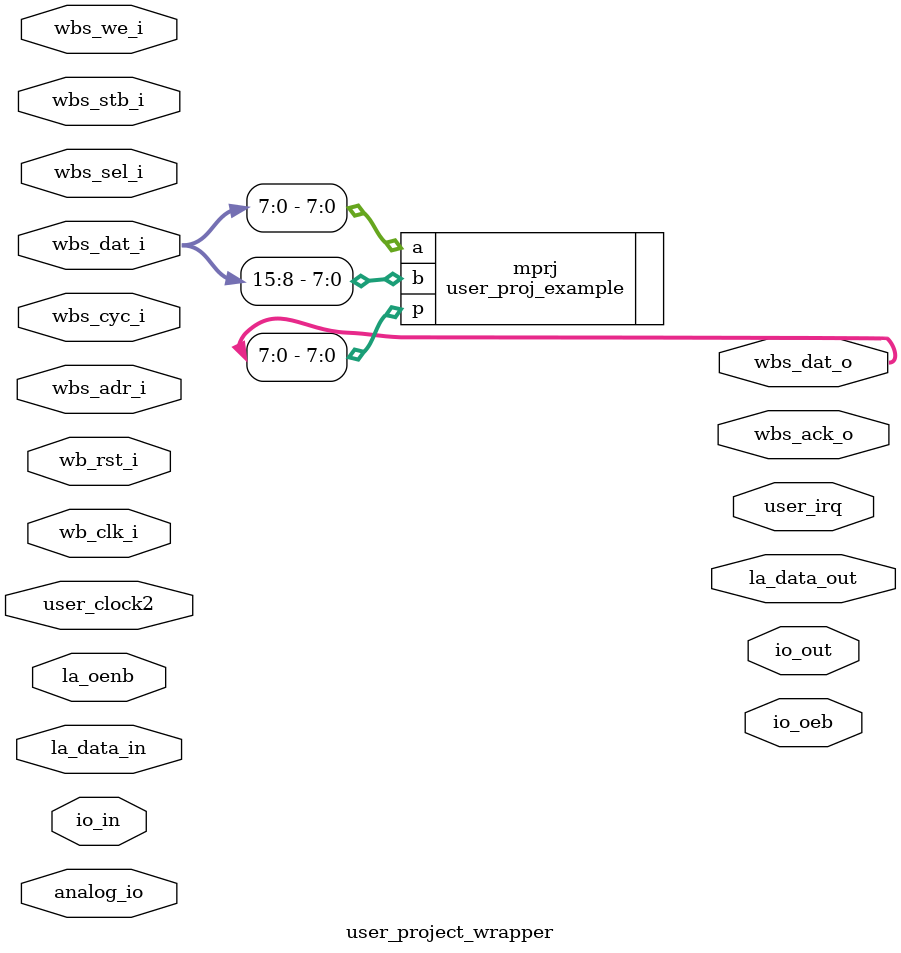
<source format=v>
module user_project_wrapper (user_clock2,
    wb_clk_i,
    wb_rst_i,
    wbs_ack_o,
    wbs_cyc_i,
    wbs_stb_i,
    wbs_we_i,
    analog_io,
    io_in,
    io_oeb,
    io_out,
    la_data_in,
    la_data_out,
    la_oenb,
    user_irq,
    wbs_adr_i,
    wbs_dat_i,
    wbs_dat_o,
    wbs_sel_i);
 input user_clock2;
 input wb_clk_i;
 input wb_rst_i;
 output wbs_ack_o;
 input wbs_cyc_i;
 input wbs_stb_i;
 input wbs_we_i;
 inout [28:0] analog_io;
 input [37:0] io_in;
 output [37:0] io_oeb;
 output [37:0] io_out;
 input [127:0] la_data_in;
 output [127:0] la_data_out;
 input [127:0] la_oenb;
 output [2:0] user_irq;
 input [31:0] wbs_adr_i;
 input [31:0] wbs_dat_i;
 output [31:0] wbs_dat_o;
 input [3:0] wbs_sel_i;


 user_proj_example mprj (.a({wbs_dat_i[7],
    wbs_dat_i[6],
    wbs_dat_i[5],
    wbs_dat_i[4],
    wbs_dat_i[3],
    wbs_dat_i[2],
    wbs_dat_i[1],
    wbs_dat_i[0]}),
    .b({wbs_dat_i[15],
    wbs_dat_i[14],
    wbs_dat_i[13],
    wbs_dat_i[12],
    wbs_dat_i[11],
    wbs_dat_i[10],
    wbs_dat_i[9],
    wbs_dat_i[8]}),
    .p({wbs_dat_o[7],
    wbs_dat_o[6],
    wbs_dat_o[5],
    wbs_dat_o[4],
    wbs_dat_o[3],
    wbs_dat_o[2],
    wbs_dat_o[1],
    wbs_dat_o[0]}));
endmodule


</source>
